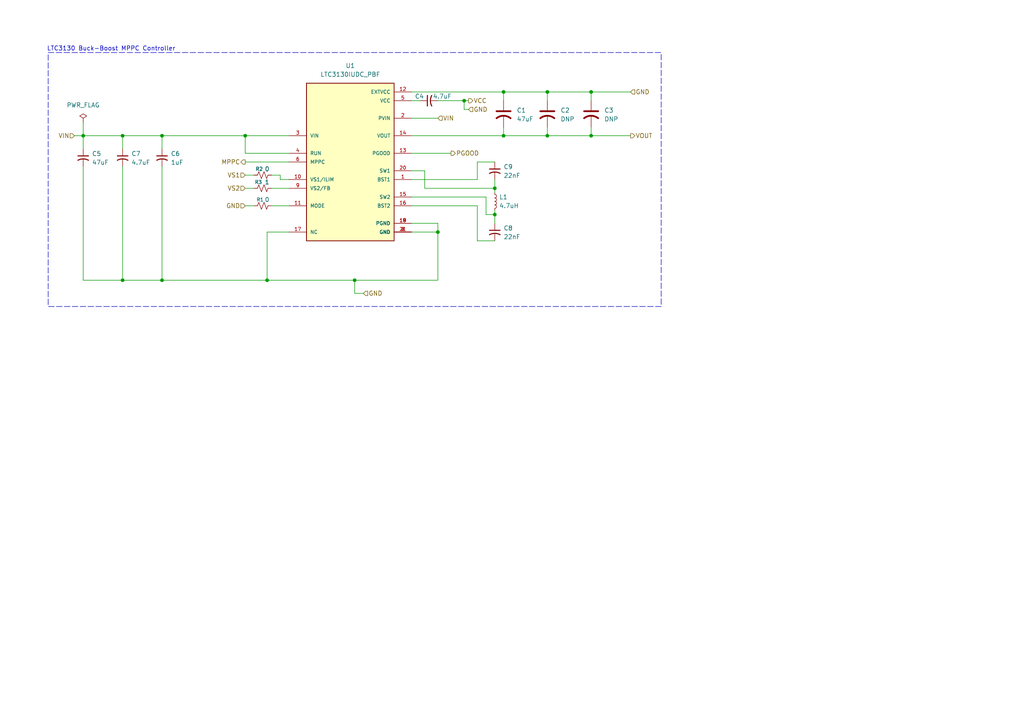
<source format=kicad_sch>
(kicad_sch (version 20250114) (generator "eeschema") (generator_version "9.0")
  (paper "A4")
  (lib_symbols
    (symbol "Device:C_Small_US" (pin_numbers (hide yes)) (pin_names (offset 0.254) (hide yes))
      (property "Reference" "C" (at 0.254 1.778 0))
      (property "Value" "C_Small_US" (at 0.254 -2.032 0))
      (symbol "C_Small_US_0_1"
        (polyline (pts (xy -1.524 0.508) (xy 1.524 0.508)) (stroke (width 0.3048)))
        (arc (start -1.524 -0.762) (mid 0 -0.3734) (end 1.524 -0.762) (stroke (width 0.3048)))
      )
      (symbol "C_Small_US_1_1"
        (pin passive line (at 0 2.54 270) (length 2.032) (name "~") (number "1"))
        (pin passive line (at 0 -2.54 90) (length 2.032) (name "~") (number "2"))
      )
    )
    (symbol "Device:C_US" (pin_numbers (hide yes)) (pin_names (offset 0.254) (hide yes))
      (property "Reference" "C" (at 0.635 2.54 0))
      (property "Value" "C_US" (at 0.635 -2.54 0))
      (symbol "C_US_0_1"
        (polyline (pts (xy -2.032 0.762) (xy 2.032 0.762)) (stroke (width 0.508)))
        (arc (start -2.032 -1.27) (mid 0 -0.5572) (end 2.032 -1.27) (stroke (width 0.508)))
      )
      (symbol "C_US_1_1"
        (pin passive line (at 0 3.81 270) (length 2.794) (name "~") (number "1"))
        (pin passive line (at 0 -3.81 90) (length 3.302) (name "~") (number "2"))
      )
    )
    (symbol "Device:L_Small" (pin_numbers (hide yes)) (pin_names (offset 0.254) (hide yes))
      (property "Reference" "L" (at 0.762 1.016 0))
      (property "Value" "L_Small" (at 0.762 -1.016 0))
      (symbol "L_Small_0_1"
        (arc (start 0 2.032) (mid 0.5058 1.524) (end 0 1.016))
        (arc (start 0 1.016) (mid 0.5058 0.508) (end 0 0))
        (arc (start 0 0) (mid 0.5058 -0.508) (end 0 -1.016))
        (arc (start 0 -1.016) (mid 0.5058 -1.524) (end 0 -2.032))
      )
      (symbol "L_Small_1_1"
        (pin passive line (at 0 2.54 270) (length 0.508) (name "~") (number "1"))
        (pin passive line (at 0 -2.54 90) (length 0.508) (name "~") (number "2"))
      )
    )
    (symbol "Device:R_Small_US" (pin_numbers (hide yes)) (pin_names (offset 0.254) (hide yes))
      (property "Reference" "R" (at 0.762 0.508 0))
      (property "Value" "R_Small_US" (at 0.762 -1.016 0))
      (symbol "R_Small_US_1_1"
        (polyline (pts (xy 0 1.524) (xy 1.016 1.143) (xy 0 0.762) (xy -1.016 0.381) (xy 0 0)))
        (polyline (pts (xy 0 0) (xy 1.016 -0.381) (xy 0 -0.762) (xy -1.016 -1.143) (xy 0 -1.524)))
        (pin passive line (at 0 2.54 270) (length 1.016) (name "~") (number "1"))
        (pin passive line (at 0 -2.54 90) (length 1.016) (name "~") (number "2"))
      )
    )
    (symbol "LTC3130IUDC_PBF:LTC3130IUDC_PBF" (pin_names (offset 1.016))
      (property "Reference" "U" (at -12.7 23.622 0))
      (property "Value" "LTC3130IUDC_PBF" (at -12.7 -25.4 0))
      (symbol "LTC3130IUDC_PBF_0_0"
        (rectangle (start -12.7 22.86) (end 12.7 -22.86) (stroke (width 0.254)) (fill (type background)))
        (pin power_in line (at -17.78 7.62 0) (length 5.08) (name "VIN") (number "3"))
        (pin input line (at -17.78 2.54 0) (length 5.08) (name "RUN") (number "4"))
        (pin input line (at -17.78 0 0) (length 5.08) (name "MPPC") (number "6"))
        (pin input line (at -17.78 -5.08 0) (length 5.08) (name "VS1/ILIM") (number "10"))
        (pin input line (at -17.78 -7.62 0) (length 5.08) (name "VS2/FB") (number "9"))
        (pin input line (at -17.78 -12.7 0) (length 5.08) (name "MODE") (number "11"))
        (pin passive line (at -17.78 -20.32 0) (length 5.08) (name "NC") (number "17"))
        (pin power_out line (at 17.78 20.32 180) (length 5.08) (name "EXTVCC") (number "12"))
        (pin power_out line (at 17.78 17.78 180) (length 5.08) (name "VCC") (number "5"))
        (pin power_in line (at 17.78 12.7 180) (length 5.08) (name "PVIN") (number "2"))
        (pin power_out line (at 17.78 7.62 180) (length 5.08) (name "VOUT") (number "14"))
        (pin output line (at 17.78 2.54 180) (length 5.08) (name "PGOOD") (number "13"))
        (pin passive line (at 17.78 -2.54 180) (length 5.08) (name "SW1") (number "20"))
        (pin passive line (at 17.78 -5.08 180) (length 5.08) (name "BST1") (number "1"))
        (pin passive line (at 17.78 -10.16 180) (length 5.08) (name "SW2") (number "15"))
        (pin passive line (at 17.78 -12.7 180) (length 5.08) (name "BST2") (number "16"))
        (pin power_in line (at 17.78 -17.78 180) (length 5.08) (name "PGND") (number "18"))
        (pin power_in line (at 17.78 -17.78 180) (length 5.08) (name "PGND") (number "19"))
        (pin power_in line (at 17.78 -20.32 180) (length 5.08) (name "GND") (number "21"))
        (pin power_in line (at 17.78 -20.32 180) (length 5.08) (name "GND") (number "7"))
        (pin power_in line (at 17.78 -20.32 180) (length 5.08) (name "GND") (number "8"))
      )
    )
    (symbol "power:PWR_FLAG" (power) (pin_numbers (hide yes)) (pin_names (offset 0) (hide yes))
      (property "Value" "PWR_FLAG" (at 0 3.81 0))
      (symbol "PWR_FLAG_0_0"
        (pin power_out line (at 0 0 90) (length 0) (name "~") (number "1"))
      )
      (symbol "PWR_FLAG_0_1"
        (polyline (pts (xy 0 0) (xy 0 1.27) (xy -1.016 1.905) (xy 0 2.54) (xy 1.016 1.905) (xy 0 1.27)))
      )
    )
  )
  (rectangle (start 13.97 15.24) (end 191.77 88.9) (stroke (width 0) (type dash)))
  (text "LTC3130 Buck-Boost MPPC Controller" (at 32.258 14.224 0) (effects (font (size 1.27 1.27))))
  (junction (at 35.56 81.28))
  (junction (at 102.87 81.28))
  (junction (at 46.99 39.37))
  (junction (at 143.51 54.61))
  (junction (at 134.62 29.21))
  (junction (at 158.75 39.37))
  (junction (at 24.13 39.37))
  (junction (at 143.51 62.23))
  (junction (at 35.56 39.37))
  (junction (at 71.12 39.37))
  (junction (at 158.75 26.67))
  (junction (at 146.05 26.67))
  (junction (at 146.05 39.37))
  (junction (at 171.45 26.67))
  (junction (at 77.47 81.28))
  (junction (at 127 67.31))
  (junction (at 46.99 81.28))
  (junction (at 171.45 39.37))
  (wire (pts (xy 21.59 39.37) (xy 24.13 39.37)))
  (wire (pts (xy 119.38 34.29) (xy 127 34.29)))
  (wire (pts (xy 119.38 64.77) (xy 127 64.77)))
  (wire (pts (xy 71.12 44.45) (xy 71.12 39.37)))
  (wire (pts (xy 143.51 62.23) (xy 143.51 60.96)))
  (wire (pts (xy 123.19 49.53) (xy 119.38 49.53)))
  (wire (pts (xy 158.75 36.83) (xy 158.75 39.37)))
  (wire (pts (xy 158.75 26.67) (xy 171.45 26.67)))
  (wire (pts (xy 143.51 54.61) (xy 123.19 54.61)))
  (wire (pts (xy 102.87 81.28) (xy 102.87 85.09)))
  (wire (pts (xy 146.05 36.83) (xy 146.05 39.37)))
  (wire (pts (xy 24.13 39.37) (xy 35.56 39.37)))
  (wire (pts (xy 81.28 52.07) (xy 83.82 52.07)))
  (wire (pts (xy 158.75 39.37) (xy 171.45 39.37)))
  (wire (pts (xy 171.45 39.37) (xy 182.88 39.37)))
  (wire (pts (xy 171.45 36.83) (xy 171.45 39.37)))
  (wire (pts (xy 158.75 26.67) (xy 158.75 29.21)))
  (wire (pts (xy 119.38 44.45) (xy 130.81 44.45)))
  (wire (pts (xy 24.13 35.56) (xy 24.13 39.37)))
  (wire (pts (xy 46.99 39.37) (xy 71.12 39.37)))
  (wire (pts (xy 140.97 57.15) (xy 119.38 57.15)))
  (wire (pts (xy 102.87 85.09) (xy 105.41 85.09)))
  (wire (pts (xy 138.43 59.69) (xy 138.43 69.85)))
  (wire (pts (xy 78.74 54.61) (xy 83.82 54.61)))
  (wire (pts (xy 171.45 26.67) (xy 182.88 26.67)))
  (wire (pts (xy 119.38 39.37) (xy 146.05 39.37)))
  (wire (pts (xy 127 29.21) (xy 134.62 29.21)))
  (wire (pts (xy 119.38 59.69) (xy 138.43 59.69)))
  (wire (pts (xy 24.13 81.28) (xy 35.56 81.28)))
  (wire (pts (xy 35.56 39.37) (xy 35.56 43.18)))
  (wire (pts (xy 119.38 67.31) (xy 127 67.31)))
  (wire (pts (xy 123.19 54.61) (xy 123.19 49.53)))
  (wire (pts (xy 143.51 54.61) (xy 143.51 55.88)))
  (wire (pts (xy 24.13 48.26) (xy 24.13 81.28)))
  (wire (pts (xy 35.56 48.26) (xy 35.56 81.28)))
  (wire (pts (xy 81.28 50.8) (xy 81.28 52.07)))
  (wire (pts (xy 146.05 26.67) (xy 146.05 29.21)))
  (wire (pts (xy 35.56 81.28) (xy 46.99 81.28)))
  (wire (pts (xy 71.12 39.37) (xy 83.82 39.37)))
  (wire (pts (xy 138.43 69.85) (xy 143.51 69.85)))
  (wire (pts (xy 138.43 52.07) (xy 138.43 46.99)))
  (wire (pts (xy 171.45 26.67) (xy 171.45 29.21)))
  (wire (pts (xy 127 81.28) (xy 102.87 81.28)))
  (wire (pts (xy 143.51 52.07) (xy 143.51 54.61)))
  (wire (pts (xy 127 81.28) (xy 127 67.31)))
  (wire (pts (xy 119.38 26.67) (xy 146.05 26.67)))
  (wire (pts (xy 35.56 39.37) (xy 46.99 39.37)))
  (wire (pts (xy 46.99 39.37) (xy 46.99 43.18)))
  (wire (pts (xy 24.13 39.37) (xy 24.13 43.18)))
  (wire (pts (xy 71.12 59.69) (xy 73.66 59.69)))
  (wire (pts (xy 83.82 67.31) (xy 77.47 67.31)))
  (wire (pts (xy 119.38 29.21) (xy 121.92 29.21)))
  (wire (pts (xy 146.05 39.37) (xy 158.75 39.37)))
  (wire (pts (xy 77.47 67.31) (xy 77.47 81.28)))
  (wire (pts (xy 143.51 62.23) (xy 140.97 62.23)))
  (wire (pts (xy 78.74 50.8) (xy 81.28 50.8)))
  (wire (pts (xy 78.74 59.69) (xy 83.82 59.69)))
  (wire (pts (xy 46.99 81.28) (xy 77.47 81.28)))
  (wire (pts (xy 71.12 50.8) (xy 73.66 50.8)))
  (wire (pts (xy 71.12 54.61) (xy 73.66 54.61)))
  (wire (pts (xy 71.12 46.99) (xy 83.82 46.99)))
  (wire (pts (xy 143.51 62.23) (xy 143.51 64.77)))
  (wire (pts (xy 46.99 48.26) (xy 46.99 81.28)))
  (wire (pts (xy 140.97 62.23) (xy 140.97 57.15)))
  (wire (pts (xy 138.43 46.99) (xy 143.51 46.99)))
  (wire (pts (xy 119.38 52.07) (xy 138.43 52.07)))
  (wire (pts (xy 83.82 44.45) (xy 71.12 44.45)))
  (wire (pts (xy 127 64.77) (xy 127 67.31)))
  (wire (pts (xy 77.47 81.28) (xy 102.87 81.28)))
  (wire (pts (xy 134.62 29.21) (xy 134.62 31.75)))
  (wire (pts (xy 146.05 26.67) (xy 158.75 26.67)))
  (wire (pts (xy 134.62 31.75) (xy 135.89 31.75)))
  (wire (pts (xy 134.62 29.21) (xy 135.89 29.21)))
  (hierarchical_label "VS2" (shape input) (at 71.12 54.61 180))
  (hierarchical_label "GND" (shape input) (at 135.89 31.75 0))
  (hierarchical_label "VIN" (shape input) (at 127 34.29 0))
  (hierarchical_label "VOUT" (shape output) (at 182.88 39.37 0))
  (hierarchical_label "PGOOD" (shape output) (at 130.81 44.45 0))
  (hierarchical_label "VS1" (shape input) (at 71.12 50.8 180))
  (hierarchical_label "GND" (shape input) (at 182.88 26.67 0))
  (hierarchical_label "VCC" (shape output) (at 135.89 29.21 0))
  (hierarchical_label "VIN" (shape input) (at 21.59 39.37 180))
  (hierarchical_label "GND" (shape input) (at 105.41 85.09 0))
  (hierarchical_label "MPPC" (shape output) (at 71.12 46.99 180))
  (hierarchical_label "GND" (shape input) (at 71.12 59.69 180))
  (symbol (lib_id "Device:C_Small_US") (at 143.51 67.31 0) (unit 1)
    (property "Reference" "C8" (at 146.05 66.1669 0) (effects (justify left)))
    (property "Value" "22nF" (at 146.05 68.7069 0) (effects (justify left)))
    (property "Description" "capacitor, small US symbol" (effects (hide yes)))
  )
  (symbol (lib_id "Device:C_Small_US") (at 46.99 45.72 0) (unit 1)
    (property "Reference" "C6" (at 49.53 44.5769 0) (effects (justify left)))
    (property "Value" "1uF" (at 49.53 47.1169 0) (effects (justify left)))
    (property "Description" "capacitor, small US symbol" (effects (hide yes)))
  )
  (symbol (lib_id "Device:C_US") (at 146.05 33.02 0) (unit 1)
    (property "Reference" "C1" (at 149.86 32.0039 0) (effects (justify left)))
    (property "Value" "47uF" (at 149.86 34.5439 0) (effects (justify left)))
    (property "Description" "capacitor, US symbol" (effects (hide yes)))
  )
  (symbol (lib_id "Device:C_US") (at 158.75 33.02 0) (unit 1)
    (property "Reference" "C2" (at 162.56 32.0039 0) (effects (justify left)))
    (property "Value" "DNP" (at 162.56 34.5439 0) (effects (justify left)))
    (property "Description" "capacitor, US symbol" (effects (hide yes)))
  )
  (symbol (lib_id "Device:C_Small_US") (at 24.13 45.72 0) (unit 1)
    (property "Reference" "C5" (at 26.67 44.5769 0) (effects (justify left)))
    (property "Value" "47uF" (at 26.67 47.1169 0) (effects (justify left)))
    (property "Description" "capacitor, small US symbol" (effects (hide yes)))
  )
  (symbol (lib_id "Device:C_US") (at 171.45 33.02 0) (unit 1)
    (property "Reference" "C3" (at 175.26 32.0039 0) (effects (justify left)))
    (property "Value" "DNP" (at 175.26 34.5439 0) (effects (justify left)))
    (property "Description" "capacitor, US symbol" (effects (hide yes)))
  )
  (symbol (lib_id "LTC3130IUDC_PBF:LTC3130IUDC_PBF") (at 101.6 46.99 0) (unit 1)
    (property "Reference" "U1" (at 101.6 19.05 0))
    (property "Value" "LTC3130IUDC_PBF" (at 101.6 21.59 0))
    (property "Footprint" "LTC3130IUDC_PBF:QFN50P400X300X80-21N" (effects (hide yes)))
    (property "MF" "Analog Devices" (effects (hide yes)))
    (property "MAXIMUM_PACKAGE_HEIGHT" "0.8mm" (effects (hide yes)))
    (property "Package" "WFQFN-20 Analog Devices" (effects (hide yes)))
    (property "Price" "None" (effects (hide yes)))
    (property "Check_prices" "https://www.snapeda.com/parts/LTC3130IUDC%23PBF/Analog+Devices/view-part/?ref=eda" (effects (hide yes)))
    (property "STANDARD" "IPC-7351B" (effects (hide yes)))
    (property "PARTREV" "4/8/16" (effects (hide yes)))
    (property "SnapEDA_Link" "https://www.snapeda.com/parts/LTC3130IUDC%23PBF/Analog+Devices/view-part/?ref=snap" (effects (hide yes)))
    (property "MP" "LTC3130IUDC#PBF" (effects (hide yes)))
    (property "Description_1" "Buck-Boost Switching Regulator IC Positive Adjustable 1V 1 Output 600mA 20-WFQFN Exposed Pad" (effects (hide yes)))
    (property "Availability" "In Stock" (effects (hide yes)))
    (property "MANUFACTURER" "Analog Devices" (effects (hide yes)))
  )
  (symbol (lib_id "Device:R_Small_US") (at 76.2 54.61 90) (unit 1)
    (property "Reference" "R3" (at 74.93 52.832 90) (effects (font (size 1.016 1.016))))
    (property "Value" "1" (at 77.47 52.832 90))
    (property "Description" "Resistor, small US symbol" (effects (hide yes)))
  )
  (symbol (lib_id "Device:C_Small_US") (at 35.56 45.72 0) (unit 1)
    (property "Reference" "C7" (at 38.1 44.5769 0) (effects (justify left)))
    (property "Value" "4.7uF" (at 38.1 47.1169 0) (effects (justify left)))
    (property "Description" "capacitor, small US symbol" (effects (hide yes)))
  )
  (symbol (lib_id "Device:R_Small_US") (at 76.2 59.69 90) (unit 1)
    (property "Reference" "R1" (at 75.438 57.912 90) (effects (font (size 1.016 1.016))))
    (property "Value" "0" (at 77.47 57.912 90))
    (property "Description" "Resistor, small US symbol" (effects (hide yes)))
  )
  (symbol (lib_id "power:PWR_FLAG") (at 24.13 35.56 0) (unit 1)
    (property "Reference" "#FLG01" (effects (hide yes)))
    (property "Value" "PWR_FLAG" (at 24.13 30.48 0))
    (property "Description" "Special symbol for telling ERC where power comes from" (effects (hide yes)))
  )
  (symbol (lib_id "Device:R_Small_US") (at 76.2 50.8 90) (unit 1)
    (property "Reference" "R2" (at 75.184 49.022 90) (effects (font (size 1.016 1.016))))
    (property "Value" "0" (at 77.47 49.022 90))
    (property "Description" "Resistor, small US symbol" (effects (hide yes)))
  )
  (symbol (lib_id "Device:C_Small_US") (at 143.51 49.53 0) (unit 1)
    (property "Reference" "C9" (at 146.05 48.3869 0) (effects (justify left)))
    (property "Value" "22nF" (at 146.05 50.9269 0) (effects (justify left)))
    (property "Description" "capacitor, small US symbol" (effects (hide yes)))
  )
  (symbol (lib_id "Device:C_Small_US") (at 124.46 29.21 90) (unit 1)
    (property "Reference" "C4" (at 121.666 27.94 90))
    (property "Value" "4.7uF" (at 128.27 27.94 90))
    (property "Description" "capacitor, small US symbol" (effects (hide yes)))
  )
  (symbol (lib_id "Device:L_Small") (at 143.51 58.42 0) (unit 1)
    (property "Reference" "L1" (at 144.78 57.1499 0) (effects (justify left)))
    (property "Value" "4.7uH" (at 144.78 59.6899 0) (effects (justify left)))
    (property "Description" "Inductor, small symbol" (effects (hide yes)))
  )
)
</source>
